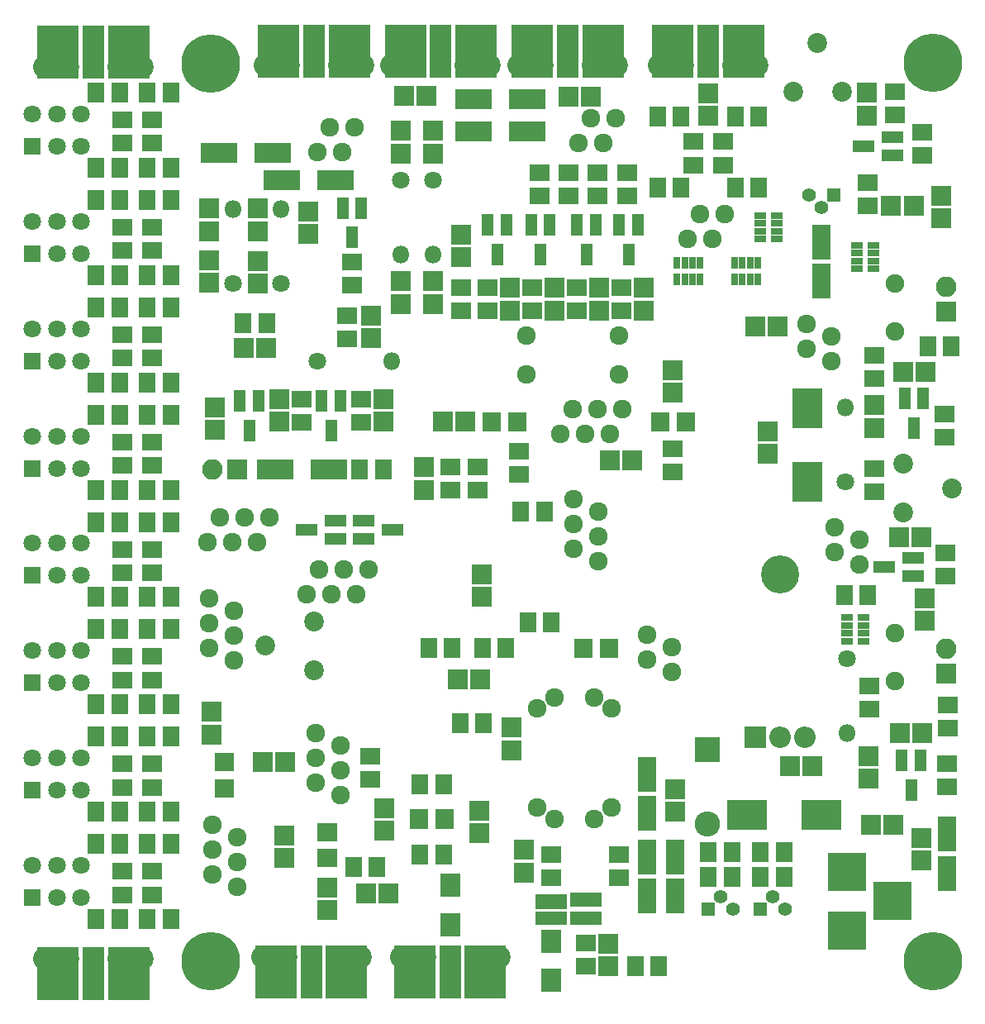
<source format=gts>
G04 #@! TF.FileFunction,Soldermask,Top*
%FSLAX46Y46*%
G04 Gerber Fmt 4.6, Leading zero omitted, Abs format (unit mm)*
G04 Created by KiCad (PCBNEW 4.0.7-e2-6376~58~ubuntu14.04.1) date Fri May 17 06:13:42 2019*
%MOMM*%
%LPD*%
G01*
G04 APERTURE LIST*
%ADD10C,0.100000*%
%ADD11R,2.100000X1.800000*%
%ADD12C,1.924000*%
%ADD13R,1.200000X2.300000*%
%ADD14R,2.000000X2.000000*%
%ADD15C,1.800000*%
%ADD16O,1.800000X1.800000*%
%ADD17R,1.800000X2.100000*%
%ADD18R,1.300000X0.800000*%
%ADD19R,0.800000X1.300000*%
%ADD20R,4.150000X3.100000*%
%ADD21R,3.100000X4.150000*%
%ADD22R,3.900000X3.900000*%
%ADD23R,2.300000X1.200000*%
%ADD24O,3.900000X3.900000*%
%ADD25R,2.200000X2.200000*%
%ADD26O,2.200000X2.200000*%
%ADD27C,1.900000*%
%ADD28C,1.400000*%
%ADD29R,1.400000X1.400000*%
%ADD30R,2.100000X2.100000*%
%ADD31O,2.100000X2.100000*%
%ADD32R,1.900000X3.600000*%
%ADD33C,2.020000*%
%ADD34C,2.200000*%
%ADD35R,2.200000X5.400000*%
%ADD36R,4.360000X5.400000*%
%ADD37R,1.800000X1.800000*%
%ADD38C,6.000000*%
%ADD39R,1.900000X0.800000*%
%ADD40R,0.800000X1.900000*%
%ADD41R,3.700000X2.100000*%
%ADD42R,2.600000X2.600000*%
%ADD43O,2.600000X2.600000*%
%ADD44R,3.200000X1.600000*%
%ADD45R,3.200000X1.400000*%
%ADD46R,2.000000X2.400000*%
%ADD47R,2.100000X2.400000*%
G04 APERTURE END LIST*
D10*
D11*
X106370000Y-104970000D03*
X106370000Y-107370000D03*
D12*
X131130000Y-100110000D03*
X131130000Y-110270000D03*
X129352000Y-111413000D03*
X129352000Y-98967000D03*
X123510000Y-100110000D03*
X123510000Y-110270000D03*
X125288000Y-111413000D03*
X125288000Y-98967000D03*
D13*
X129474000Y-50602000D03*
X127574000Y-50602000D03*
X128524000Y-53602000D03*
D14*
X160648000Y-102616000D03*
X162948000Y-102616000D03*
X157450000Y-107300000D03*
X157450000Y-105000000D03*
X162850000Y-82550000D03*
X160550000Y-82550000D03*
X117560000Y-110570000D03*
X117560000Y-112870000D03*
X90160000Y-100470000D03*
X90160000Y-102770000D03*
X145850000Y-60950000D03*
X148150000Y-60950000D03*
X101980000Y-120740000D03*
X101980000Y-118440000D03*
X97600000Y-115420000D03*
X97600000Y-113120000D03*
X95380000Y-105600000D03*
X97680000Y-105600000D03*
X107820000Y-112650000D03*
X107820000Y-110350000D03*
X147066000Y-74048000D03*
X147066000Y-71748000D03*
D15*
X155100000Y-76900000D03*
D16*
X155100000Y-69280000D03*
D15*
X155194000Y-94996000D03*
D16*
X155194000Y-102616000D03*
D11*
X157500000Y-100200000D03*
X157500000Y-97800000D03*
X165600000Y-102150000D03*
X165600000Y-99750000D03*
X162950000Y-43450000D03*
X162950000Y-41050000D03*
X160100000Y-39300000D03*
X160100000Y-36900000D03*
X81000000Y-53200000D03*
X81000000Y-50800000D03*
X165300000Y-86550000D03*
X165300000Y-84150000D03*
D17*
X83550000Y-55704000D03*
X85950000Y-55704000D03*
X80700000Y-55704000D03*
X78300000Y-55704000D03*
D11*
X158000000Y-77900000D03*
X158000000Y-75500000D03*
D17*
X83550000Y-59000000D03*
X85950000Y-59000000D03*
X80700000Y-59000000D03*
X78300000Y-59000000D03*
D11*
X81000000Y-64200000D03*
X81000000Y-61800000D03*
X84000000Y-64200000D03*
X84000000Y-61800000D03*
D17*
X83550000Y-66704000D03*
X85950000Y-66704000D03*
X80700000Y-66704000D03*
X78300000Y-66704000D03*
X80700000Y-70000000D03*
X78300000Y-70000000D03*
X83550000Y-70000000D03*
X85950000Y-70000000D03*
D11*
X81000000Y-75200000D03*
X81000000Y-72800000D03*
X84000000Y-75200000D03*
X84000000Y-72800000D03*
D17*
X83550000Y-77704000D03*
X85950000Y-77704000D03*
X80700000Y-77704000D03*
X78300000Y-77704000D03*
X83550000Y-81000000D03*
X85950000Y-81000000D03*
X80700000Y-81000000D03*
X78300000Y-81000000D03*
D11*
X81000000Y-86200000D03*
X81000000Y-83800000D03*
X84000000Y-86200000D03*
X84000000Y-83800000D03*
D17*
X83550000Y-88704000D03*
X85950000Y-88704000D03*
X80700000Y-88704000D03*
X78300000Y-88704000D03*
X83550000Y-92000000D03*
X85950000Y-92000000D03*
X80700000Y-92000000D03*
X78300000Y-92000000D03*
D11*
X84000000Y-97200000D03*
X84000000Y-94800000D03*
X81000000Y-97200000D03*
X81000000Y-94800000D03*
D17*
X83550000Y-99704000D03*
X85950000Y-99704000D03*
X80700000Y-99704000D03*
X78300000Y-99704000D03*
X83550000Y-103000000D03*
X85950000Y-103000000D03*
X80700000Y-103000000D03*
X78300000Y-103000000D03*
D11*
X81000000Y-108200000D03*
X81000000Y-105800000D03*
X84000000Y-108200000D03*
X84000000Y-105800000D03*
D17*
X83550000Y-110704000D03*
X85950000Y-110704000D03*
X80700000Y-110704000D03*
X78300000Y-110704000D03*
X83550000Y-114000000D03*
X85950000Y-114000000D03*
X80700000Y-114000000D03*
X78300000Y-114000000D03*
D11*
X81000000Y-119200000D03*
X81000000Y-116800000D03*
X84000000Y-119200000D03*
X84000000Y-116800000D03*
D17*
X83550000Y-121704000D03*
X85950000Y-121704000D03*
X80700000Y-121704000D03*
X78300000Y-121704000D03*
X111470000Y-115090000D03*
X113870000Y-115090000D03*
X111470000Y-107880000D03*
X113870000Y-107880000D03*
X104690000Y-116340000D03*
X107090000Y-116340000D03*
D18*
X156250000Y-53450000D03*
X156250000Y-54250000D03*
X156250000Y-52650000D03*
X156250000Y-55050000D03*
X157950000Y-52650000D03*
X157950000Y-53450000D03*
X157950000Y-54250000D03*
X157950000Y-55050000D03*
X155250000Y-91600000D03*
X155250000Y-92400000D03*
X155250000Y-90800000D03*
X155250000Y-93200000D03*
X156950000Y-90800000D03*
X156950000Y-91600000D03*
X156950000Y-92400000D03*
X156950000Y-93200000D03*
D19*
X145300000Y-54450000D03*
X144500000Y-54450000D03*
X146100000Y-54450000D03*
X143700000Y-54450000D03*
X146100000Y-56150000D03*
X145300000Y-56150000D03*
X144500000Y-56150000D03*
X143700000Y-56150000D03*
X138600000Y-56150000D03*
X139400000Y-56150000D03*
X137800000Y-56150000D03*
X140200000Y-56150000D03*
X137800000Y-54450000D03*
X138600000Y-54450000D03*
X139400000Y-54450000D03*
X140200000Y-54450000D03*
D18*
X146350000Y-50400000D03*
X146350000Y-51200000D03*
X146350000Y-49600000D03*
X146350000Y-52000000D03*
X148050000Y-49600000D03*
X148050000Y-50400000D03*
X148050000Y-51200000D03*
X148050000Y-52000000D03*
D13*
X163050000Y-68350000D03*
X161150000Y-68350000D03*
X162100000Y-71350000D03*
X162748000Y-105434000D03*
X160848000Y-105434000D03*
X161798000Y-108434000D03*
D14*
X151646840Y-106023840D03*
X149346840Y-106023840D03*
X157700000Y-112050000D03*
X160000000Y-112050000D03*
X162050000Y-48650000D03*
X159750000Y-48650000D03*
D20*
X152575000Y-111000000D03*
X145025000Y-111000000D03*
D14*
X158050000Y-71350000D03*
X158050000Y-69050000D03*
X161000000Y-65650000D03*
X163300000Y-65650000D03*
D21*
X151150000Y-76925000D03*
X151150000Y-69375000D03*
D22*
X155194000Y-116840000D03*
X155194000Y-122840000D03*
X159894000Y-119840000D03*
D23*
X159900000Y-43450000D03*
X159900000Y-41550000D03*
X156900000Y-42500000D03*
X162028000Y-86548000D03*
X162028000Y-84648000D03*
X159028000Y-85598000D03*
D11*
X165200000Y-72350000D03*
X165200000Y-69950000D03*
X158050000Y-66300000D03*
X158050000Y-63900000D03*
D17*
X163500000Y-63050000D03*
X165900000Y-63050000D03*
D12*
X156464000Y-85344000D03*
X153924000Y-84074000D03*
X156464000Y-82804000D03*
X153924000Y-81534000D03*
X151100000Y-60700000D03*
X153640000Y-61970000D03*
X151100000Y-63240000D03*
X153640000Y-64510000D03*
D24*
X148348000Y-86402200D03*
D25*
X145808000Y-103062200D03*
D26*
X148348000Y-103062200D03*
X150888000Y-103062200D03*
D14*
X164850000Y-49900000D03*
X164850000Y-47600000D03*
D27*
X160150000Y-61450000D03*
X160150000Y-56570000D03*
D28*
X152630000Y-48770000D03*
X151360000Y-47500000D03*
D29*
X153900000Y-47500000D03*
D30*
X165354000Y-59450000D03*
D31*
X165354000Y-56910000D03*
D32*
X152600000Y-52300000D03*
X152600000Y-56300000D03*
D14*
X157300000Y-37050000D03*
X157300000Y-39350000D03*
D33*
X149700000Y-36900000D03*
X152200000Y-31900000D03*
X154700000Y-36900000D03*
D27*
X160150000Y-97282000D03*
X160150000Y-92402000D03*
D30*
X165354000Y-96520000D03*
D31*
X165354000Y-93980000D03*
D14*
X163150000Y-91100000D03*
X163150000Y-88800000D03*
D33*
X160950000Y-75050000D03*
X165950000Y-77550000D03*
X160950000Y-80050000D03*
D32*
X165450000Y-113000000D03*
X165450000Y-117000000D03*
D14*
X162850000Y-115700000D03*
X162850000Y-113400000D03*
D12*
X138900000Y-52000000D03*
X140170000Y-49460000D03*
X141440000Y-52000000D03*
X142710000Y-49460000D03*
D14*
X141000000Y-37100000D03*
X141000000Y-39400000D03*
D34*
X135920000Y-34257000D03*
X146080000Y-34257000D03*
D35*
X141000000Y-32750000D03*
D36*
X144620000Y-32750000D03*
X137380000Y-32750000D03*
D34*
X138460000Y-34257000D03*
X143540000Y-34257000D03*
X141000000Y-34257000D03*
D17*
X138200000Y-46750000D03*
X135800000Y-46750000D03*
D34*
X72920000Y-34357000D03*
X83080000Y-34357000D03*
D35*
X78000000Y-32850000D03*
D36*
X81620000Y-32850000D03*
X74380000Y-32850000D03*
D34*
X75460000Y-34357000D03*
X80540000Y-34357000D03*
X78000000Y-34357000D03*
X83080000Y-125730000D03*
X72920000Y-125730000D03*
D35*
X78000000Y-127237000D03*
D36*
X74380000Y-127237000D03*
X81620000Y-127237000D03*
D34*
X80540000Y-125730000D03*
X75460000Y-125730000D03*
X78000000Y-125730000D03*
D37*
X71750000Y-42500000D03*
D15*
X74250000Y-42500000D03*
X76750000Y-42500000D03*
X71750000Y-39200000D03*
X74250000Y-39200000D03*
X76750000Y-39200000D03*
D37*
X71750000Y-53500000D03*
D15*
X74250000Y-53500000D03*
X76750000Y-53500000D03*
X71750000Y-50200000D03*
X74250000Y-50200000D03*
X76750000Y-50200000D03*
D17*
X80700000Y-37000000D03*
X78300000Y-37000000D03*
X83550000Y-37000000D03*
X85950000Y-37000000D03*
D11*
X81000000Y-42200000D03*
X81000000Y-39800000D03*
X84000000Y-42200000D03*
X84000000Y-39800000D03*
D17*
X80700000Y-44704000D03*
X78300000Y-44704000D03*
X83550000Y-44704000D03*
X85950000Y-44704000D03*
X80700000Y-48000000D03*
X78300000Y-48000000D03*
X83550000Y-47990000D03*
X85950000Y-47990000D03*
D11*
X84000000Y-53200000D03*
X84000000Y-50800000D03*
D37*
X71750000Y-64500000D03*
D15*
X74250000Y-64500000D03*
X76750000Y-64500000D03*
X71750000Y-61200000D03*
X74250000Y-61200000D03*
X76750000Y-61200000D03*
D37*
X71750000Y-75500000D03*
D15*
X74250000Y-75500000D03*
X76750000Y-75500000D03*
X71750000Y-72200000D03*
X74250000Y-72200000D03*
X76750000Y-72200000D03*
D37*
X71750000Y-86500000D03*
D15*
X74250000Y-86500000D03*
X76750000Y-86500000D03*
X71750000Y-83200000D03*
X74250000Y-83200000D03*
X76750000Y-83200000D03*
D37*
X71750000Y-97500000D03*
D15*
X74250000Y-97500000D03*
X76750000Y-97500000D03*
X71750000Y-94200000D03*
X74250000Y-94200000D03*
X76750000Y-94200000D03*
D37*
X71750000Y-108500000D03*
D15*
X74250000Y-108500000D03*
X76750000Y-108500000D03*
X71750000Y-105200000D03*
X74250000Y-105200000D03*
X76750000Y-105200000D03*
D37*
X71750000Y-119500000D03*
D15*
X74250000Y-119500000D03*
X76750000Y-119500000D03*
X71750000Y-116200000D03*
X74250000Y-116200000D03*
X76750000Y-116200000D03*
D38*
X90000000Y-34091000D03*
X164000000Y-33964000D03*
X164000000Y-126000000D03*
X90000000Y-126000000D03*
D11*
X165450000Y-108150000D03*
X165450000Y-105750000D03*
D17*
X154950000Y-88500000D03*
X157350000Y-88500000D03*
D34*
X119634000Y-125603000D03*
X109474000Y-125603000D03*
D35*
X114554000Y-127110000D03*
D36*
X110934000Y-127110000D03*
X118174000Y-127110000D03*
D34*
X117094000Y-125603000D03*
X112014000Y-125603000D03*
X114554000Y-125603000D03*
X105410000Y-125603000D03*
X95250000Y-125603000D03*
D35*
X100330000Y-127110000D03*
D36*
X96710000Y-127110000D03*
X103950000Y-127110000D03*
D34*
X102870000Y-125603000D03*
X97790000Y-125603000D03*
X100330000Y-125603000D03*
X95520000Y-34257000D03*
X105680000Y-34257000D03*
D35*
X100600000Y-32750000D03*
D36*
X104220000Y-32750000D03*
X96980000Y-32750000D03*
D34*
X98060000Y-34257000D03*
X103140000Y-34257000D03*
X100600000Y-34257000D03*
D12*
X92710000Y-118364000D03*
X90170000Y-117094000D03*
X92710000Y-115824000D03*
X90170000Y-114554000D03*
X92710000Y-113284000D03*
X90170000Y-112014000D03*
X89830000Y-88850000D03*
X92370000Y-90120000D03*
X89830000Y-91390000D03*
X92370000Y-92660000D03*
X89830000Y-93930000D03*
X92370000Y-95200000D03*
X103350000Y-108990000D03*
X100810000Y-107720000D03*
X103350000Y-106450000D03*
X100810000Y-105180000D03*
X103350000Y-103910000D03*
X100810000Y-102640000D03*
D33*
X100584000Y-96186000D03*
X95584000Y-93686000D03*
X100584000Y-91186000D03*
D32*
X137600000Y-115300000D03*
X137600000Y-119300000D03*
X134700000Y-106850000D03*
X134700000Y-110850000D03*
D14*
X137650000Y-110650000D03*
X137650000Y-108350000D03*
X105938240Y-119064200D03*
X108238240Y-119064200D03*
D32*
X134700000Y-119300000D03*
X134700000Y-115300000D03*
D11*
X157350000Y-48650000D03*
X157350000Y-46250000D03*
X142500000Y-42050000D03*
X142500000Y-44450000D03*
D17*
X143800000Y-46750000D03*
X146200000Y-46750000D03*
D11*
X139500000Y-42050000D03*
X139500000Y-44450000D03*
D17*
X143800000Y-39500000D03*
X146200000Y-39500000D03*
X138200000Y-39500000D03*
X135800000Y-39500000D03*
X148774000Y-117348000D03*
X146374000Y-117348000D03*
X143440000Y-117348000D03*
X141040000Y-117348000D03*
X148774000Y-114808000D03*
X146374000Y-114808000D03*
X143440000Y-114808000D03*
X141040000Y-114808000D03*
D12*
X89662000Y-83058000D03*
X90932000Y-80518000D03*
X92202000Y-83058000D03*
X93472000Y-80518000D03*
X94742000Y-83058000D03*
X96012000Y-80518000D03*
X106172000Y-85852000D03*
X104902000Y-88392000D03*
X103632000Y-85852000D03*
X102362000Y-88392000D03*
X101092000Y-85852000D03*
X99822000Y-88392000D03*
D28*
X147570000Y-119430000D03*
X148840000Y-120700000D03*
D29*
X146300000Y-120700000D03*
D28*
X142270000Y-119430000D03*
X143540000Y-120700000D03*
D29*
X141000000Y-120700000D03*
D23*
X102846000Y-82738000D03*
X102846000Y-80838000D03*
X99846000Y-81788000D03*
X105688000Y-80838000D03*
X105688000Y-82738000D03*
X108688000Y-81788000D03*
D14*
X117820000Y-88680000D03*
X117820000Y-86380000D03*
X120840000Y-102070000D03*
X120840000Y-104370000D03*
X115330000Y-97150000D03*
X117630000Y-97150000D03*
D17*
X120300000Y-93930000D03*
X117900000Y-93930000D03*
X117990000Y-101620000D03*
X115590000Y-101620000D03*
D39*
X114000000Y-112090000D03*
X114000000Y-111440000D03*
X114000000Y-110790000D03*
X111340000Y-110790000D03*
X111340000Y-111440000D03*
X111340000Y-112090000D03*
D40*
X90790000Y-108264000D03*
X91440000Y-108264000D03*
X92090000Y-108264000D03*
X92090000Y-105604000D03*
X91440000Y-105604000D03*
X90790000Y-105604000D03*
X102630000Y-112750000D03*
X101980000Y-112750000D03*
X101330000Y-112750000D03*
X101330000Y-115410000D03*
X101980000Y-115410000D03*
X102630000Y-115410000D03*
D39*
X130860000Y-94580000D03*
X130860000Y-93930000D03*
X130860000Y-93280000D03*
X128200000Y-93280000D03*
X128200000Y-93930000D03*
X128200000Y-94580000D03*
D14*
X89900000Y-54200000D03*
X89900000Y-56500000D03*
X94850000Y-54250000D03*
X94850000Y-56550000D03*
X94850000Y-51200000D03*
X94850000Y-48900000D03*
X89900000Y-51200000D03*
X89900000Y-48900000D03*
X112148000Y-37338000D03*
X109848000Y-37338000D03*
X100050000Y-51500000D03*
X100050000Y-49200000D03*
X106450000Y-62200000D03*
X106450000Y-59900000D03*
X120650000Y-57032000D03*
X120650000Y-59332000D03*
X125222000Y-57032000D03*
X125222000Y-59332000D03*
X129794000Y-57032000D03*
X129794000Y-59332000D03*
X134366000Y-57032000D03*
X134366000Y-59332000D03*
X115697000Y-51555000D03*
X115697000Y-53855000D03*
X126659560Y-37433680D03*
X128959560Y-37433680D03*
X109500000Y-40950000D03*
X109500000Y-43250000D03*
X112800000Y-40950000D03*
X112800000Y-43250000D03*
X112800000Y-58650000D03*
X112800000Y-56350000D03*
X109500000Y-58650000D03*
X109500000Y-56350000D03*
X107696000Y-68446000D03*
X107696000Y-70746000D03*
X97028000Y-70746000D03*
X97028000Y-68446000D03*
X95726200Y-63184200D03*
X93426200Y-63184200D03*
D34*
X108520000Y-34257000D03*
X118680000Y-34257000D03*
D35*
X113600000Y-32750000D03*
D36*
X117220000Y-32750000D03*
X109980000Y-32750000D03*
D34*
X111060000Y-34257000D03*
X116140000Y-34257000D03*
X113600000Y-34257000D03*
X121520000Y-34257000D03*
X131680000Y-34257000D03*
D35*
X126600000Y-32750000D03*
D36*
X130220000Y-32750000D03*
X122980000Y-32750000D03*
D34*
X124060000Y-34257000D03*
X129140000Y-34257000D03*
X126600000Y-34257000D03*
D15*
X97200000Y-56550000D03*
D16*
X97200000Y-48930000D03*
D15*
X92350000Y-56550000D03*
D16*
X92350000Y-48930000D03*
D15*
X100950000Y-64550000D03*
D16*
X108570000Y-64550000D03*
D15*
X112800000Y-46000000D03*
D16*
X112800000Y-53620000D03*
D15*
X109500000Y-46000000D03*
D16*
X109500000Y-53620000D03*
D11*
X104500000Y-54350000D03*
X104500000Y-56750000D03*
X104000000Y-62250000D03*
X104000000Y-59850000D03*
X118364000Y-56982000D03*
X118364000Y-59382000D03*
X122936000Y-56982000D03*
X122936000Y-59382000D03*
X115697000Y-56982000D03*
X115697000Y-59382000D03*
X127508000Y-56982000D03*
X127508000Y-59382000D03*
X132080000Y-56982000D03*
X132080000Y-59382000D03*
X132700000Y-45200000D03*
X132700000Y-47600000D03*
X129700000Y-45200000D03*
X129700000Y-47600000D03*
X126700000Y-45200000D03*
X126700000Y-47600000D03*
X123700000Y-45200000D03*
X123700000Y-47600000D03*
X105410000Y-70796000D03*
X105410000Y-68396000D03*
D17*
X107688800Y-75599720D03*
X105288800Y-75599720D03*
D11*
X99314000Y-68396000D03*
X99314000Y-70796000D03*
D17*
X93376200Y-60606100D03*
X95776200Y-60606100D03*
D12*
X100950000Y-43150000D03*
X102220000Y-40610000D03*
X103490000Y-43150000D03*
X104760000Y-40610000D03*
X131500000Y-39600000D03*
X130230000Y-42140000D03*
X128960000Y-39600000D03*
X127690000Y-42140000D03*
D41*
X102800000Y-46000000D03*
X97300000Y-46000000D03*
X96400000Y-43200000D03*
X90900000Y-43200000D03*
D13*
X105450000Y-48850000D03*
X103550000Y-48850000D03*
X104500000Y-51850000D03*
X120330000Y-50602000D03*
X118430000Y-50602000D03*
X119380000Y-53602000D03*
X124775000Y-50602000D03*
X122875000Y-50602000D03*
X123825000Y-53602000D03*
X133792000Y-50602000D03*
X131892000Y-50602000D03*
X132842000Y-53602000D03*
D12*
X134700000Y-92540000D03*
X137240000Y-93810000D03*
X134700000Y-95080000D03*
X137240000Y-96350000D03*
D14*
X111900000Y-77700000D03*
X111900000Y-75400000D03*
D17*
X114750000Y-93930000D03*
X112350000Y-93930000D03*
D41*
X122450000Y-37700000D03*
X116950000Y-37700000D03*
X122450000Y-41000000D03*
X116950000Y-41000000D03*
D13*
X103312000Y-68604000D03*
X101412000Y-68604000D03*
X102362000Y-71604000D03*
X94930000Y-68604000D03*
X93030000Y-68604000D03*
X93980000Y-71604000D03*
D41*
X96662360Y-75600000D03*
X102162360Y-75600000D03*
D30*
X92767720Y-75600000D03*
D31*
X90227720Y-75600000D03*
D42*
X140900000Y-104300000D03*
D43*
X140900000Y-111920000D03*
D14*
X130950000Y-74700000D03*
X133250000Y-74700000D03*
X130800000Y-126500000D03*
X130800000Y-124200000D03*
X122104720Y-114602040D03*
X122104720Y-116902040D03*
D44*
X124900000Y-119880000D03*
D45*
X124900000Y-121600000D03*
X128500000Y-121600000D03*
D10*
G36*
X126900000Y-119000000D02*
X130100000Y-119000000D01*
X130100000Y-120400000D01*
X126900000Y-120400000D01*
X126900000Y-119000000D01*
X126900000Y-119000000D01*
G37*
D17*
X121800000Y-79970000D03*
X124200000Y-79970000D03*
D11*
X117350000Y-75350000D03*
X117350000Y-77750000D03*
X114600000Y-77750000D03*
X114600000Y-75350000D03*
X137400600Y-73465000D03*
X137400600Y-75865000D03*
X121650000Y-73750000D03*
X121650000Y-76150000D03*
X128500000Y-124100000D03*
X128500000Y-126500000D03*
X131850000Y-117450000D03*
X131850000Y-115050000D03*
D17*
X135950000Y-126500000D03*
X133550000Y-126500000D03*
D11*
X124898720Y-117465120D03*
X124898720Y-115065120D03*
D12*
X129750000Y-85050000D03*
X127210000Y-83780000D03*
X129750000Y-82510000D03*
X127210000Y-81240000D03*
X129750000Y-79970000D03*
X127210000Y-78700000D03*
X125850000Y-72000000D03*
X127120000Y-69460000D03*
X128390000Y-72000000D03*
X129660000Y-69460000D03*
X130930000Y-72000000D03*
X132200000Y-69460000D03*
D39*
X136070000Y-70100000D03*
X136070000Y-70750000D03*
X136070000Y-71400000D03*
X138730000Y-71400000D03*
X138730000Y-70750000D03*
X138730000Y-70100000D03*
X121480000Y-71400000D03*
X121480000Y-70750000D03*
X121480000Y-70100000D03*
X118820000Y-70100000D03*
X118820000Y-70750000D03*
X118820000Y-71400000D03*
D14*
X113800000Y-70750000D03*
X116100000Y-70750000D03*
X137400000Y-65450000D03*
X137400000Y-67750000D03*
D12*
X131850000Y-61900000D03*
X131850000Y-65900000D03*
X122350000Y-61900000D03*
X122350000Y-65900000D03*
D46*
X114550000Y-122250000D03*
X114550000Y-118250000D03*
D47*
X124900000Y-127950000D03*
X124900000Y-123950000D03*
D17*
X124930000Y-91260000D03*
X122530000Y-91260000D03*
D14*
X90481720Y-69268120D03*
X90481720Y-71568120D03*
M02*

</source>
